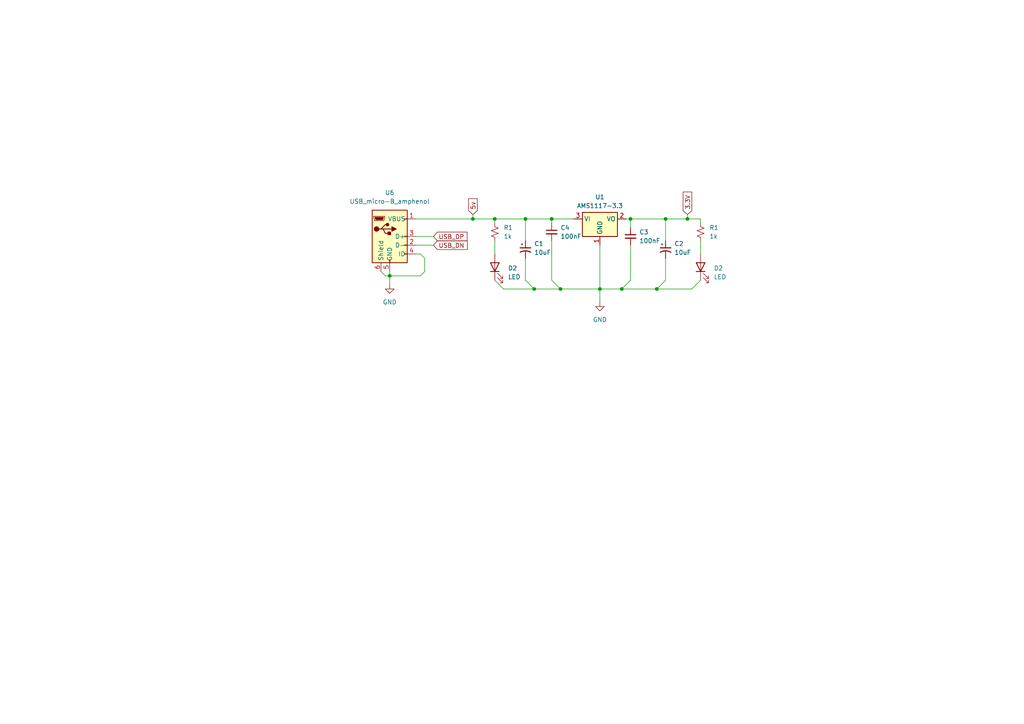
<source format=kicad_sch>
(kicad_sch (version 20230121) (generator eeschema)
  (paper "A4")
  (lib_symbols
    (symbol "Device:C_Polarized_Small_US" (pin_numbers hide) (pin_names (offset 0.254) hide)
      (property "Reference" "C" (at 0.254 1.778 0))
      (property "Value" "C_Polarized_Small_US" (at 0.254 -2.032 0))
      (symbol "C_Polarized_Small_US_0_1"
        (polyline (pts (xy -1.524 0.508) (xy 1.524 0.508)) (stroke (width 0.3048)))
        (polyline (pts (xy -1.27 1.524) (xy -0.762 1.524)))
        (polyline (pts (xy -1.016 1.27) (xy -1.016 1.778)))
        (arc (start 1.524 -0.762) (mid 0 -0.3734) (end -1.524 -0.762) (stroke (width 0.3048)))
      )
      (symbol "C_Polarized_Small_US_1_1"
        (pin passive line (at 0 2.54 270) (length 2.032) (name "~") (number "1"))
        (pin passive line (at 0 -2.54 90) (length 2.032) (name "~") (number "2"))
      )
    )
    (symbol "Device:C_Small" (pin_numbers hide) (pin_names (offset 0.254) hide)
      (property "Reference" "C" (at 0.254 1.778 0))
      (property "Value" "C_Small" (at 0.254 -2.032 0))
      (symbol "C_Small_0_1"
        (polyline (pts (xy -1.524 -0.508) (xy 1.524 -0.508)) (stroke (width 0.3302)))
        (polyline (pts (xy -1.524 0.508) (xy 1.524 0.508)) (stroke (width 0.3048)))
      )
      (symbol "C_Small_1_1"
        (pin passive line (at 0 2.54 270) (length 2.032) (name "~") (number "1"))
        (pin passive line (at 0 -2.54 90) (length 2.032) (name "~") (number "2"))
      )
    )
    (symbol "Device:LED" (pin_numbers hide) (pin_names (offset 1.016) hide)
      (property "Reference" "D" (at 0 2.54 0))
      (property "Value" "LED" (at 0 -2.54 0))
      (symbol "LED_0_1"
        (polyline (pts (xy -1.27 -1.27) (xy -1.27 1.27)) (stroke (width 0.254)))
        (polyline (pts (xy -1.27 0) (xy 1.27 0)))
        (polyline (pts (xy 1.27 -1.27) (xy 1.27 1.27) (xy -1.27 0) (xy 1.27 -1.27)) (stroke (width 0.254)))
        (polyline (pts (xy -3.048 -0.762) (xy -4.572 -2.286) (xy -3.81 -2.286) (xy -4.572 -2.286) (xy -4.572 -1.524)))
        (polyline (pts (xy -1.778 -0.762) (xy -3.302 -2.286) (xy -2.54 -2.286) (xy -3.302 -2.286) (xy -3.302 -1.524)))
      )
      (symbol "LED_1_1"
        (pin passive line (at -3.81 0 0) (length 2.54) (name "K") (number "1"))
        (pin passive line (at 3.81 0 180) (length 2.54) (name "A") (number "2"))
      )
    )
    (symbol "Device:R_Small_US" (pin_numbers hide) (pin_names (offset 0.254) hide)
      (property "Reference" "R" (at 0.762 0.508 0))
      (property "Value" "R_Small_US" (at 0.762 -1.016 0))
      (symbol "R_Small_US_1_1"
        (polyline (pts (xy 0 0) (xy 1.016 -0.381) (xy 0 -0.762) (xy -1.016 -1.143) (xy 0 -1.524)))
        (polyline (pts (xy 0 1.524) (xy 1.016 1.143) (xy 0 0.762) (xy -1.016 0.381) (xy 0 0)))
        (pin passive line (at 0 2.54 270) (length 1.016) (name "~") (number "1"))
        (pin passive line (at 0 -2.54 90) (length 1.016) (name "~") (number "2"))
      )
    )
    (symbol "My_Libraries:USB_B_micro"
      (property "Reference" "U" (at -6.35 6.35 0))
      (property "Value" "USB_micro-B_amphenol" (at 1.27 8.89 0))
      (symbol "USB_B_micro_0_1"
        (rectangle (start -5.08 -7.62) (end 5.08 7.62) (stroke (width 0.254)) (fill (type background)))
        (circle (center -3.81 2.159) (radius 0.635) (stroke (width 0.254)) (fill (type outline)))
        (circle (center -0.635 3.429) (radius 0.381) (stroke (width 0.254)) (fill (type outline)))
        (rectangle (start -0.127 -7.62) (end 0.127 -6.858))
        (polyline (pts (xy -1.905 2.159) (xy 0.635 2.159)) (stroke (width 0.254)))
        (polyline (pts (xy -3.175 2.159) (xy -2.54 2.159) (xy -1.27 3.429) (xy -0.635 3.429)) (stroke (width 0.254)))
        (polyline (pts (xy -2.54 2.159) (xy -1.905 2.159) (xy -1.27 0.889) (xy 0 0.889)) (stroke (width 0.254)))
        (polyline (pts (xy 0.635 2.794) (xy 0.635 1.524) (xy 1.905 2.159) (xy 0.635 2.794)) (stroke (width 0.254)) (fill (type outline)))
        (polyline (pts (xy -4.318 5.588) (xy -1.778 5.588) (xy -2.032 4.826) (xy -4.064 4.826) (xy -4.318 5.588)) (fill (type outline)))
        (polyline (pts (xy -4.699 5.842) (xy -4.699 5.588) (xy -4.445 4.826) (xy -4.445 4.572) (xy -1.651 4.572) (xy -1.651 4.826) (xy -1.397 5.588) (xy -1.397 5.842) (xy -4.699 5.842)))
        (rectangle (start 0.254 1.27) (end -0.508 0.508) (stroke (width 0.254)) (fill (type outline)))
        (rectangle (start 5.08 -5.207) (end 4.318 -4.953))
        (rectangle (start 5.08 -2.667) (end 4.318 -2.413))
        (rectangle (start 5.08 -0.127) (end 4.318 0.127))
        (rectangle (start 5.08 4.953) (end 4.318 5.207))
      )
      (symbol "USB_B_micro_1_1"
        (pin power_out line (at 7.62 5.08 180) (length 2.54) (name "VBUS") (number "1"))
        (pin bidirectional line (at 7.62 -2.54 180) (length 2.54) (name "D-") (number "2"))
        (pin bidirectional line (at 7.62 0 180) (length 2.54) (name "D+") (number "3"))
        (pin passive line (at 7.62 -5.08 180) (length 2.54) (name "ID") (number "4"))
        (pin power_out line (at 0 -10.16 90) (length 2.54) (name "GND") (number "5"))
        (pin passive line (at -2.54 -10.16 90) (length 2.54) (name "Shield") (number "6"))
      )
    )
    (symbol "Regulator_Linear:AMS1117-3.3"
      (property "Reference" "U" (at -3.81 3.175 0))
      (property "Value" "AMS1117-3.3" (at 0 3.175 0))
      (symbol "AMS1117-3.3_0_1"
        (rectangle (start -5.08 -5.08) (end 5.08 1.905) (stroke (width 0.254)) (fill (type background)))
      )
      (symbol "AMS1117-3.3_1_1"
        (pin power_in line (at 0 -7.62 90) (length 2.54) (name "GND") (number "1"))
        (pin power_out line (at 7.62 0 180) (length 2.54) (name "VO") (number "2"))
        (pin power_in line (at -7.62 0 0) (length 2.54) (name "VI") (number "3"))
      )
    )
    (symbol "power:GND" (power) (pin_names (offset 0))
      (property "Value" "GND" (at 0 -3.81 0))
      (symbol "GND_0_1"
        (polyline (pts (xy 0 0) (xy 0 -1.27) (xy 1.27 -1.27) (xy 0 -2.54) (xy -1.27 -1.27) (xy 0 -1.27)))
      )
      (symbol "GND_1_1"
        (pin power_in line (at 0 0 270) (length 0) hide (name "GND") (number "1"))
      )
    )
  )
  (junction (at 162.56 83.82))
  (junction (at 113.03 80.01))
  (junction (at 190.5 83.82))
  (junction (at 154.94 83.82))
  (junction (at 193.04 63.5))
  (junction (at 182.88 63.5))
  (junction (at 137.16 63.5))
  (junction (at 199.39 63.5))
  (junction (at 143.51 63.5))
  (junction (at 160.02 63.5))
  (junction (at 152.4 63.5))
  (junction (at 173.99 83.82))
  (junction (at 180.34 83.82))
  (wire (pts (xy 137.16 63.5) (xy 143.51 63.5)))
  (wire (pts (xy 152.4 81.28) (xy 154.94 83.82)))
  (wire (pts (xy 182.88 63.5) (xy 182.88 66.04)))
  (wire (pts (xy 113.03 80.01) (xy 113.03 82.55)))
  (wire (pts (xy 160.02 69.85) (xy 160.02 81.28)))
  (wire (pts (xy 173.99 83.82) (xy 180.34 83.82)))
  (wire (pts (xy 120.65 71.12) (xy 125.73 71.12)))
  (wire (pts (xy 121.92 73.66) (xy 123.19 74.93)))
  (wire (pts (xy 203.2 81.28) (xy 200.66 83.82)))
  (wire (pts (xy 190.5 83.82) (xy 200.66 83.82)))
  (wire (pts (xy 146.05 83.82) (xy 154.94 83.82)))
  (wire (pts (xy 199.39 63.5) (xy 203.2 63.5)))
  (wire (pts (xy 152.4 63.5) (xy 152.4 69.85)))
  (wire (pts (xy 203.2 69.85) (xy 203.2 73.66)))
  (wire (pts (xy 173.99 71.12) (xy 173.99 83.82)))
  (wire (pts (xy 173.99 83.82) (xy 173.99 87.63)))
  (wire (pts (xy 193.04 81.28) (xy 190.5 83.82)))
  (wire (pts (xy 120.65 73.66) (xy 121.92 73.66)))
  (wire (pts (xy 143.51 63.5) (xy 152.4 63.5)))
  (wire (pts (xy 113.03 80.01) (xy 121.92 80.01)))
  (wire (pts (xy 182.88 63.5) (xy 193.04 63.5)))
  (wire (pts (xy 182.88 81.28) (xy 180.34 83.82)))
  (wire (pts (xy 160.02 81.28) (xy 162.56 83.82)))
  (wire (pts (xy 137.16 62.23) (xy 137.16 63.5)))
  (wire (pts (xy 160.02 63.5) (xy 152.4 63.5)))
  (wire (pts (xy 152.4 74.93) (xy 152.4 81.28)))
  (wire (pts (xy 162.56 83.82) (xy 173.99 83.82)))
  (wire (pts (xy 193.04 63.5) (xy 199.39 63.5)))
  (wire (pts (xy 123.19 74.93) (xy 123.19 78.74)))
  (wire (pts (xy 143.51 69.85) (xy 143.51 73.66)))
  (wire (pts (xy 120.65 63.5) (xy 137.16 63.5)))
  (wire (pts (xy 113.03 78.74) (xy 113.03 80.01)))
  (wire (pts (xy 143.51 81.28) (xy 146.05 83.82)))
  (wire (pts (xy 143.51 63.5) (xy 143.51 64.77)))
  (wire (pts (xy 193.04 74.93) (xy 193.04 81.28)))
  (wire (pts (xy 182.88 71.12) (xy 182.88 81.28)))
  (wire (pts (xy 120.65 68.58) (xy 125.73 68.58)))
  (wire (pts (xy 111.76 80.01) (xy 113.03 80.01)))
  (wire (pts (xy 199.39 63.5) (xy 199.39 62.23)))
  (wire (pts (xy 160.02 63.5) (xy 166.37 63.5)))
  (wire (pts (xy 180.34 83.82) (xy 190.5 83.82)))
  (wire (pts (xy 193.04 63.5) (xy 193.04 69.85)))
  (wire (pts (xy 160.02 63.5) (xy 160.02 64.77)))
  (wire (pts (xy 110.49 78.74) (xy 111.76 80.01)))
  (wire (pts (xy 123.19 78.74) (xy 121.92 80.01)))
  (wire (pts (xy 181.61 63.5) (xy 182.88 63.5)))
  (wire (pts (xy 203.2 63.5) (xy 203.2 64.77)))
  (wire (pts (xy 154.94 83.82) (xy 162.56 83.82)))
  (global_label "USB_DN" (shape input) (at 125.73 71.12 0) (property "Intersheetrefs" "${INTERSHEET_REFS}" (effects hide)))
  (global_label "3.3V" (shape input) (at 199.39 62.23 90) (property "Intersheetrefs" "${INTERSHEET_REFS}" (effects hide)))
  (global_label "USB_DP" (shape input) (at 125.73 68.58 0) (property "Intersheetrefs" "${INTERSHEET_REFS}" (effects hide)))
  (global_label "5v" (shape input) (at 137.16 62.23 90) (property "Intersheetrefs" "${INTERSHEET_REFS}" (effects hide)))
  (symbol (lib_id "Regulator_Linear:AMS1117-3.3") (at 173.99 63.5 0) (unit 1)
    (property "Reference" "U1" (at 173.99 57.15 0))
    (property "Value" "AMS1117-3.3" (at 173.99 59.69 0))
    (property "Footprint" "Package_TO_SOT_SMD:SOT-223-3_TabPin2" (effects hide))
    (property "Datasheet" "http://www.advanced-monolithic.com/pdf/ds1117.pdf" (effects hide))
  )
  (symbol (lib_id "Device:R_Small_US") (at 143.51 67.31 0) (unit 1)
    (property "Reference" "R1" (at 146.05 66.04 0) (effects (justify left)))
    (property "Value" "1k" (at 146.05 68.58 0) (effects (justify left)))
    (property "Footprint" "Resistor_SMD:R_0603_1608Metric_Pad0.98x0.95mm_HandSolder" (effects hide))
  )
  (symbol (lib_id "Device:LED") (at 143.51 77.47 90) (unit 1)
    (property "Reference" "D2" (at 147.32 77.7875 90) (effects (justify right)))
    (property "Value" "LED" (at 147.32 80.3275 90) (effects (justify right)))
    (property "Footprint" "LED_SMD:LED_0603_1608Metric_Pad1.05x0.95mm_HandSolder" (effects hide))
    (instances (project "LoRa_MuPr-VAF4751" (path "" (reference "D2") (unit 1))) (project "LoRa_MuPr-VAF4751_L" (path "" (reference "D1") (unit 1))))
  )
  (symbol (lib_id "Device:LED") (at 203.2 77.47 90) (unit 1)
    (property "Reference" "D2" (at 207.01 77.7875 90) (effects (justify right)))
    (property "Value" "LED" (at 207.01 80.3275 90) (effects (justify right)))
    (property "Footprint" "LED_SMD:LED_0603_1608Metric_Pad1.05x0.95mm_HandSolder" (effects hide))
  )
  (symbol (lib_id "power:GND") (at 113.03 82.55 0) (unit 1)
    (property "Reference" "#PWR014" (effects hide))
    (property "Value" "GND" (at 113.03 87.63 0))
    (instances (project "LoRa_MuPr-VAF4751" (path "" (reference "#PWR014") (unit 1))) (project "LoRa_MuPr-VAF4751_L" (path "" (reference "#PWR01") (unit 1))))
  )
  (symbol (lib_id "Device:C_Small") (at 182.88 68.58 0) (unit 1)
    (property "Reference" "C3" (at 185.42 67.3163 0) (effects (justify left)))
    (property "Value" "100nF" (at 185.42 69.8563 0) (effects (justify left)))
    (property "Footprint" "Capacitor_SMD:C_0603_1608Metric_Pad1.08x0.95mm_HandSolder" (effects hide))
    (instances (project "LoRa_MuPr-VAF4751" (path "" (reference "C3") (unit 1))) (project "LoRa_MuPr-VAF4751_L" (path "" (reference "C2") (unit 1))))
  )
  (symbol (lib_id "Device:C_Polarized_Small_US") (at 152.4 72.39 0) (unit 1)
    (property "Reference" "C1" (at 154.94 70.6882 0) (effects (justify left)))
    (property "Value" "10uF" (at 154.94 73.2282 0) (effects (justify left)))
    (property "Footprint" "Capacitor_Tantalum_SMD:CP_EIA-3216-18_Kemet-A_Pad1.58x1.35mm_HandSolder" (effects hide))
    (instances (project "LoRa_MuPr-VAF4751" (path "" (reference "C1") (unit 1))) (project "LoRa_MuPr-VAF4751_L" (path "" (reference "C3") (unit 1))))
  )
  (symbol (lib_id "Device:C_Polarized_Small_US") (at 193.04 72.39 0) (unit 1)
    (property "Reference" "C2" (at 195.58 70.6882 0) (effects (justify left)))
    (property "Value" "10uF" (at 195.58 73.2282 0) (effects (justify left)))
    (property "Footprint" "Capacitor_Tantalum_SMD:CP_EIA-3216-18_Kemet-A_Pad1.58x1.35mm_HandSolder" (effects hide))
    (instances (project "LoRa_MuPr-VAF4751" (path "" (reference "C2") (unit 1))) (project "LoRa_MuPr-VAF4751_L" (path "" (reference "C4") (unit 1))))
  )
  (symbol (lib_id "power:GND") (at 173.99 87.63 0) (unit 1)
    (property "Reference" "#PWR02" (effects hide))
    (property "Value" "GND" (at 173.99 92.71 0))
  )
  (symbol (lib_id "Device:C_Small") (at 160.02 67.31 0) (unit 1)
    (property "Reference" "C4" (at 162.56 66.0463 0) (effects (justify left)))
    (property "Value" "100nF" (at 162.56 68.5863 0) (effects (justify left)))
    (property "Footprint" "Capacitor_SMD:C_0603_1608Metric_Pad1.08x0.95mm_HandSolder" (effects hide))
    (instances (project "LoRa_MuPr-VAF4751" (path "" (reference "C4") (unit 1))) (project "LoRa_MuPr-VAF4751_L" (path "" (reference "C1") (unit 1))))
  )
  (symbol (lib_id "My_Libraries:USB_B_micro") (at 113.03 68.58 0) (unit 1)
    (property "Reference" "U6" (at 113.03 55.88 0))
    (property "Value" "USB_micro-B_amphenol" (at 113.03 58.42 0))
    (property "Footprint" "user_footprint:USB_micro-B_amphenol_101181994_horizontal" (effects hide))
    (instances (project "LoRa_MuPr-VAF4751" (path "" (reference "U6") (unit 1))) (project "LoRa_MuPr-VAF4751_L" (path "" (reference "U2") (unit 1))))
  )
  (symbol (lib_id "Device:R_Small_US") (at 203.2 67.31 0) (unit 1)
    (property "Reference" "R1" (at 205.74 66.04 0) (effects (justify left)))
    (property "Value" "1k" (at 205.74 68.58 0) (effects (justify left)))
    (property "Footprint" "Resistor_SMD:R_0603_1608Metric_Pad0.98x0.95mm_HandSolder" (effects hide))
    (instances (project "LoRa_MuPr-VAF4751" (path "" (reference "R1") (unit 1))) (project "LoRa_MuPr-VAF4751_L" (path "" (reference "R8") (unit 1))))
  )
)
</source>
